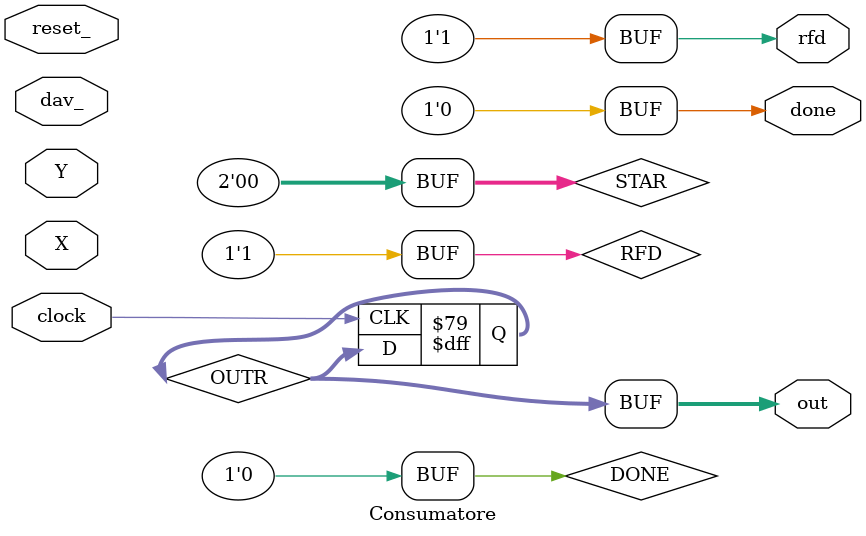
<source format=v>
`timescale 1ns/1ps

module TopLevel;
  reg reset_; initial begin reset_=0;  #1 reset_=1; #350; $stop; end 
  reg clock1; initial clock1 =0; always #5 clock1 <=(!clock1);  
  reg clock2; initial clock2 =0; always #2 clock2 <=(!clock2);  
  wire[2:0] X,Y; 
  wire rfd, dav_; 
  wire[1:0]out; wire done; 
  wire[1:0] STAR=Xxx.STAR; 
  Consumatore Xxx(dav_,X,Y,rfd,out,done,clock1,reset_);  
  Produttore  PRO(rfd,dav_,X,Y,clock2,reset_); 
endmodule

module Produttore(rfd, dav_,X,Y, clock,reset_); 
  input rfd, clock,reset_; 
  output dav_; 
  output [2:0] X,Y;  
  reg DAV_;
  assign dav_ = DAV_;  
  reg [2:0] APP1_X,APP1_Y,APP2_X,APP2_Y;
  assign X=APP1_X, Y=APP1_Y; 
  reg [1:0] STAR;
  parameter S0=0, S1=1, S2=2; 
 
  always @(reset_==0) begin APP2_X<='B111; APP2_Y<=001; DAV_<=1; STAR<=S0; end 
 
  always @(posedge clock) if (reset_==1) #0.2 
    casex (STAR) 
      S0: begin DAV_=1; APP1_X<=APP2_X; APP1_Y<=APP2_Y; STAR<=(rfd==1)?S1:S0; end 
      S1: begin DAV_=0; APP2_X<=APP1_X+1; APP2_Y<=APP1_Y+1; STAR<=S2; end 
      S2: begin STAR<=(rfd==1)?S2:S0;end 
    endcase 
endmodule

module Consumatore(dav_,X,Y, rfd,out,done, clock,reset_); 
  input clock, reset_; 
  output [1:0] out; 
  output rfd,done; 
  input dav_; 
  input [2:0] X,Y; 
  reg [1:0] OUTR;
  assign out = OUTR; 
  reg RFD,DONE;
  assign rfd = RFD, done = DONE; 
  reg [1:0] STAR;
  parameter S0=0, S1=1, S2=2; 
 
  function [1:0] quadrant; 
    input [2:0] x,y; 
    quadrant = {x[2],~y[2]}; 
  endfunction 
 
  always @(reset_==0) begin DONE<=0; RFD<=1; STAR<=S0; end 
 
  always @(posedge clock) if(reset_==1) #3 
    casex (STAR) 
      S0: begin RFD<=1; STAR<=(dav_==1)?S0:S1; end 
      S1: begin RFD<=0; OUTR<=quadrant(X,Y);DONE<=1; STAR<=S2; end  
      S2: begin DONE<=0; STAR<=(dav_==0)?S2:S0; end 
    endcase 
endmodule

</source>
